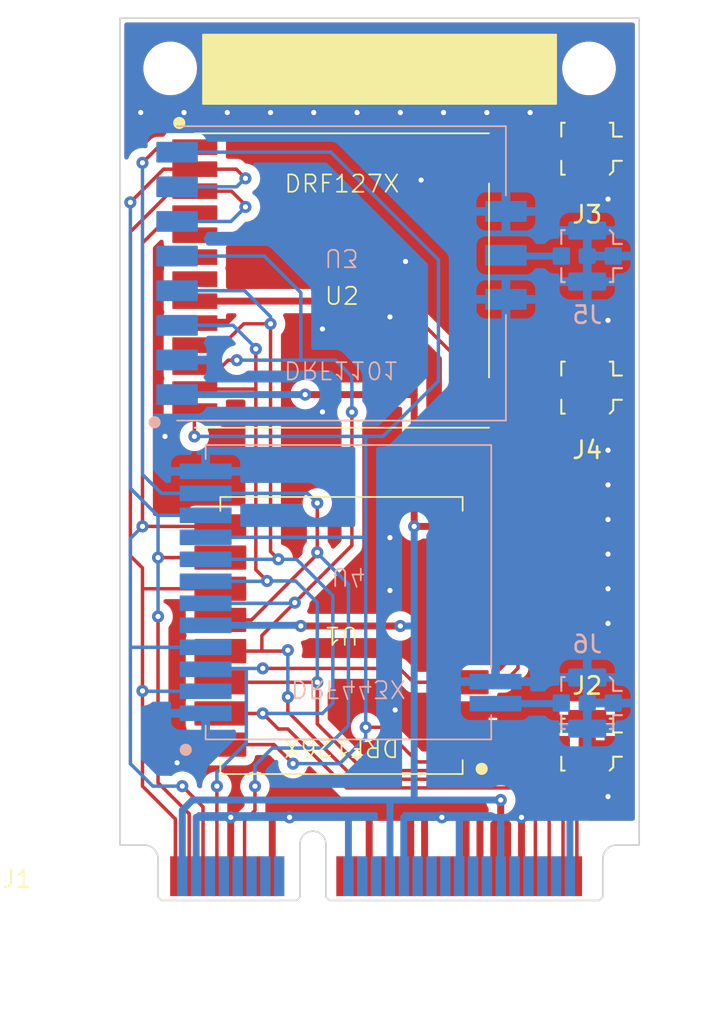
<source format=kicad_pcb>
(kicad_pcb (version 20241229) (generator "pcbnew") (generator_version "9.0")
  (layers (0 "F.Cu" signal) (2 "B.Cu" signal) (13 "F.Paste" user) (15 "B.Paste" user) (5 "F.SilkS" user "F.Silkscreen") (7 "B.SilkS" user "B.Silkscreen") (1 "F.Mask" user) (3 "B.Mask" user) (25 "Edge.Cuts" user))
  (net 0 "")
  (net 1 "GND")
  (net 2 "GPIO0")
  (net 3 "SCK")
  (net 5 "NSS")
  (net 8 "+3V3")
  (net 11 "MISO")
  (net 13 "IRQ0")
  (net 16 "RST0")
  (net 18 "MOSI")
  (net 19 "Net-(J2-In)")
  (net 21 "IRQ1")
  (net 22 "GPIO1")
  (net 23 "Net-(J3-In)")
  (net 24 "Net-(J4-In)")
  (net 27 "Net-(J5-In)")
  (net 28 "Net-(J6-In)")
  (footprint "RadioHAT:Mini_PCIe_Full" (layer "F.Cu") (at 120 120)
    (property "Reference" "J1" (at -8.15 -1.25 0) (layer "F.SilkS") (effects (font (thickness 0.1))))
    (property "Value" "~")
    (fp_line (start -2.2 -50.95) (end -2.2 -3.2) (stroke (width 0.1)) (layer "Edge.Cuts"))
    (fp_line (start -2.2 -3.2) (end -0.8 -3.2) (stroke (width 0.1)) (layer "Edge.Cuts"))
    (fp_line (start 0 -2.4) (end 0 -0.2) (stroke (width 0.1)) (layer "Edge.Cuts"))
    (fp_line (start 0 -0.2) (end 0.2 0) (stroke (width 0.1)) (layer "Edge.Cuts"))
    (fp_line (start 0.2 0) (end 8 0) (stroke (width 0.1)) (layer "Edge.Cuts"))
    (fp_line (start 8 0) (end 8.2 -0.2) (stroke (width 0.1)) (layer "Edge.Cuts"))
    (fp_line (start 8.2 -0.2) (end 8.2 -3.25) (stroke (width 0.1)) (layer "Edge.Cuts"))
    (fp_line (start 9.7 -0.2) (end 9.7 -3.25) (stroke (width 0.1)) (layer "Edge.Cuts"))
    (fp_line (start 9.7 -0.2) (end 9.9 0) (stroke (width 0.1)) (layer "Edge.Cuts"))
    (fp_line (start 9.9 0) (end 25.5 0) (stroke (width 0.1)) (layer "Edge.Cuts"))
    (fp_line (start 25.5 0) (end 25.7 -0.2) (stroke (width 0.1)) (layer "Edge.Cuts"))
    (fp_line (start 25.7 -0.2) (end 25.7 -2.4) (stroke (width 0.1)) (layer "Edge.Cuts"))
    (fp_line (start 26.5 -3.2) (end 27.8 -3.2) (stroke (width 0.1)) (layer "Edge.Cuts"))
    (fp_line (start 27.8 -50.95) (end -2.2 -50.95) (stroke (width 0.1)) (layer "Edge.Cuts"))
    (fp_line (start 27.8 -50.95) (end 27.8 -3.2) (stroke (width 0.1)) (layer "Edge.Cuts"))
    (fp_arc (start -0.8 -3.2) (mid -0.234315 -2.965685) (end 0 -2.4) (stroke (width 0.1)) (layer "Edge.Cuts"))
    (fp_arc (start 8.2 -3.25) (mid 8.95 -4) (end 9.7 -3.25) (stroke (width 0.1)) (layer "Edge.Cuts"))
    (fp_arc (start 25.7 -2.4) (mid 25.934315 -2.965685) (end 26.5 -3.2) (stroke (width 0.1)) (layer "Edge.Cuts"))
    (pad "" np_thru_hole circle (at 0.7 -48.05) (size 2.6 2.6) (drill 2.6) (layers "*.Cu" "*.Mask"))
    (pad "" np_thru_hole circle (at 24.9 -48.05) (size 2.6 2.6) (drill 2.6) (layers "*.Cu" "*.Mask"))
    (pad "1" smd rect (at 1 -1.4 90) (size 2.3 0.6) (layers "F.Cu" "F.Mask" "F.Paste") (net 2 "GPIO0"))
    (pad "2" smd rect (at 1.4 -1.4 90) (size 2.3 0.6) (layers "B.Cu" "B.Mask" "B.Paste") (net 8 "+3V3"))
    (pad "3" smd rect (at 1.8 -1.4 90) (size 2.3 0.6) (layers "F.Cu" "F.Mask" "F.Paste") (net 13 "IRQ0"))
    (pad "4" smd rect (at 2.2 -1.4 90) (size 2.3 0.6) (layers "B.Cu" "B.Mask" "B.Paste") (net 1 "GND"))
    (pad "5" smd rect (at 2.6 -1.4 90) (size 2.3 0.6) (layers "F.Cu" "F.Mask" "F.Paste") (net 21 "IRQ1"))
    (pad "6" smd rect (at 3 -1.4 90) (size 2.3 0.6) (layers "B.Cu" "B.Mask" "B.Paste"))
    (pad "7" smd rect (at 3.4 -1.4 90) (size 2.3 0.6) (layers "F.Cu" "F.Mask" "F.Paste") (net 22 "GPIO1"))
    (pad "8" smd rect (at 3.8 -1.4 90) (size 2.3 0.6) (layers "B.Cu" "B.Mask" "B.Paste"))
    (pad "9" smd rect (at 4.2 -1.4 90) (size 2.3 0.6) (layers "F.Cu" "F.Mask" "F.Paste") (net 1 "GND"))
    (pad "10" smd rect (at 4.6 -1.4 90) (size 2.3 0.6) (layers "B.Cu" "B.Mask" "B.Paste"))
    (pad "11" smd rect (at 5 -1.4 90) (size 2.3 0.6) (layers "F.Cu" "F.Mask" "F.Paste") (net 16 "RST0"))
    (pad "12" smd rect (at 5.4 -1.4 90) (size 2.3 0.6) (layers "B.Cu" "B.Mask" "B.Paste"))
    (pad "13" smd rect (at 5.8 -1.4 90) (size 2.3 0.6) (layers "F.Cu" "F.Mask" "F.Paste"))
    (pad "14" smd rect (at 6.2 -1.4 90) (size 2.3 0.6) (layers "B.Cu" "B.Mask" "B.Paste"))
    (pad "15" smd rect (at 6.6 -1.4 90) (size 2.3 0.6) (layers "F.Cu" "F.Mask" "F.Paste") (net 1 "GND"))
    (pad "16" smd rect (at 7 -1.4 90) (size 2.3 0.6) (layers "B.Cu" "B.Mask" "B.Paste"))
    (pad "17" smd rect (at 10.6 -1.4 90) (size 2.3 0.6) (layers "F.Cu" "F.Mask" "F.Paste"))
    (pad "18" smd rect (at 11 -1.4 90) (size 2.3 0.6) (layers "B.Cu" "B.Mask" "B.Paste") (net 1 "GND"))
    (pad "19" smd rect (at 11.4 -1.4 90) (size 2.3 0.6) (layers "F.Cu" "F.Mask" "F.Paste"))
    (pad "20" smd rect (at 11.8 -1.4 90) (size 2.3 0.6) (layers "B.Cu" "B.Mask" "B.Paste"))
    (pad "21" smd rect (at 12.2 -1.4 90) (size 2.3 0.6) (layers "F.Cu" "F.Mask" "F.Paste") (net 1 "GND"))
    (pad "22" smd rect (at 12.6 -1.4 90) (size 2.3 0.6) (layers "B.Cu" "B.Mask" "B.Paste"))
    (pad "23" smd rect (at 13 -1.4 90) (size 2.3 0.6) (layers "F.Cu" "F.Mask" "F.Paste"))
    (pad "24" smd rect (at 13.4 -1.4 90) (size 2.3 0.6) (layers "B.Cu" "B.Mask" "B.Paste") (net 8 "+3V3"))
    (pad "25" smd rect (at 13.8 -1.4 90) (size 2.3 0.6) (layers "F.Cu" "F.Mask" "F.Paste"))
    (pad "26" smd rect (at 14.2 -1.4 90) (size 2.3 0.6) (layers "B.Cu" "B.Mask" "B.Paste") (net 1 "GND"))
    (pad "27" smd rect (at 14.6 -1.4 90) (size 2.3 0.6) (layers "F.Cu" "F.Mask" "F.Paste") (net 1 "GND"))
    (pad "28" smd rect (at 15 -1.4 90) (size 2.3 0.6) (layers "B.Cu" "B.Mask" "B.Paste"))
    (pad "29" smd rect (at 15.4 -1.4 90) (size 2.3 0.6) (layers "F.Cu" "F.Mask" "F.Paste") (net 1 "GND"))
    (pad "30" smd rect (at 15.8 -1.4 90) (size 2.3 0.6) (layers "B.Cu" "B.Mask" "B.Paste"))
    (pad "31" smd rect (at 16.2 -1.4 90) (size 2.3 0.6) (layers "F.Cu" "F.Mask" "F.Paste"))
    (pad "32" smd rect (at 16.6 -1.4 90) (size 2.3 0.6) (layers "B.Cu" "B.Mask" "B.Paste"))
    (pad "33" smd rect (at 17 -1.4 90) (size 2.3 0.6) (layers "F.Cu" "F.Mask" "F.Paste"))
    (pad "34" smd rect (at 17.4 -1.4 90) (size 2.3 0.6) (layers "B.Cu" "B.Mask" "B.Paste") (net 1 "GND"))
    (pad "35" smd rect (at 17.8 -1.4 90) (size 2.3 0.6) (layers "F.Cu" "F.Mask" "F.Paste") (net 1 "GND"))
    (pad "36" smd rect (at 18.2 -1.4 90) (size 2.3 0.6) (layers "B.Cu" "B.Mask" "B.Paste"))
    (pad "37" smd rect (at 18.6 -1.4 90) (size 2.3 0.6) (layers "F.Cu" "F.Mask" "F.Paste") (net 1 "GND"))
    (pad "38" smd rect (at 19 -1.4 90) (size 2.3 0.6) (layers "B.Cu" "B.Mask" "B.Paste"))
    (pad "39" smd rect (at 19.4 -1.4 90) (size 2.3 0.6) (layers "F.Cu" "F.Mask" "F.Paste") (net 8 "+3V3"))
    (pad "40" smd rect (at 19.8 -1.4 90) (size 2.3 0.6) (layers "B.Cu" "B.Mask" "B.Paste") (net 1 "GND"))
    (pad "41" smd rect (at 20.2 -1.4 90) (size 2.3 0.6) (layers "F.Cu" "F.Mask" "F.Paste") (net 8 "+3V3"))
    (pad "42" smd rect (at 20.6 -1.4 90) (size 2.3 0.6) (layers "B.Cu" "B.Mask" "B.Paste"))
    (pad "43" smd rect (at 21 -1.4 90) (size 2.3 0.6) (layers "F.Cu" "F.Mask" "F.Paste") (net 1 "GND"))
    (pad "44" smd rect (at 21.4 -1.4 90) (size 2.3 0.6) (layers "B.Cu" "B.Mask" "B.Paste"))
    (pad "45" smd rect (at 21.8 -1.4 90) (size 2.3 0.6) (layers "F.Cu" "F.Mask" "F.Paste") (net 3 "SCK"))
    (pad "46" smd rect (at 22.2 -1.4 90) (size 2.3 0.6) (layers "B.Cu" "B.Mask" "B.Paste"))
    (pad "47" smd rect (at 22.6 -1.4 90) (size 2.3 0.6) (layers "F.Cu" "F.Mask" "F.Paste") (net 11 "MISO"))
    (pad "48" smd rect (at 23 -1.4 90) (size 2.3 0.6) (layers "B.Cu" "B.Mask" "B.Paste"))
    (pad "49" smd rect (at 23.4 -1.4 90) (size 2.3 0.6) (layers "F.Cu" "F.Mask" "F.Paste") (net 18 "MOSI"))
    (pad "50" smd rect (at 23.8 -1.4 90) (size 2.3 0.6) (layers "B.Cu" "B.Mask" "B.Paste") (net 1 "GND"))
    (pad "51" smd rect (at 24.2 -1.4 90) (size 2.3 0.6) (layers "F.Cu" "F.Mask" "F.Paste") (net 5 "NSS"))
  )
  (footprint "Connector_Coaxial:U.FL_Molex_MCRF_73412-0110_Vertical" (layer "F.Cu") (at 144.8 90.3875 -90)
    (property "Reference" "J4" (at 3.6 0 0) (layer "F.SilkS"))
    (property "Value" "Conn_Coaxial" (hide yes))
    (pad "1" smd roundrect (at 0 1.5 90) (size 1 1) (layers "F.Cu" "F.Mask" "F.Paste") (roundrect_rratio 0.1) (net 24 "Net-(J4-In)"))
    (pad "2" smd roundrect (at -1.475 0 90) (size 1.05 2.2) (layers "F.Cu" "F.Mask" "F.Paste") (roundrect_rratio 0.1) (net 1 "GND"))
    (pad "2" smd roundrect (at 0 -1.5 90) (size 1 1) (layers "F.Cu" "F.Mask" "F.Paste") (roundrect_rratio 0.1) (net 1 "GND"))
    (pad "2" smd roundrect (at 1.475 0 90) (size 1.05 2.2) (layers "F.Cu" "F.Mask" "F.Paste") (roundrect_rratio 0.1) (net 1 "GND"))
  )
  (footprint "Connector_Coaxial:U.FL_Molex_MCRF_73412-0110_Vertical" (layer "F.Cu") (at 144.8 111 -90)
    (property "Reference" "J2" (at -3.4 0 0) (layer "F.SilkS"))
    (property "Value" "Conn_Coaxial" (hide yes))
    (pad "1" smd roundrect (at 0 1.5 90) (size 1 1) (layers "F.Cu" "F.Mask" "F.Paste") (roundrect_rratio 0.1) (net 19 "Net-(J2-In)"))
    (pad "2" smd roundrect (at -1.475 0 90) (size 1.05 2.2) (layers "F.Cu" "F.Mask" "F.Paste") (roundrect_rratio 0.1) (net 1 "GND"))
    (pad "2" smd roundrect (at 0 -1.5 90) (size 1 1) (layers "F.Cu" "F.Mask" "F.Paste") (roundrect_rratio 0.1) (net 1 "GND"))
    (pad "2" smd roundrect (at 1.475 0 90) (size 1.05 2.2) (layers "F.Cu" "F.Mask" "F.Paste") (roundrect_rratio 0.1) (net 1 "GND"))
  )
  (footprint "RadioHAT:DRF126X" (layer "F.Cu") (at 130.6 105.6 180)
    (property "Reference" "U1" (at 0 0.9 180) (layer "F.SilkS") (effects (font (thickness 0.1))))
    (property "Value" "~")
    (fp_text user "DRF126X" (at -3.4 -5 180) (layer "F.SilkS") (effects (font (thickness 0.1)) (justify left bottom)))
    (pad "1" smd roundrect (at -7 -5.4 180) (size 3 1.4) (layers "F.Cu" "F.Mask" "F.Paste") (roundrect_rratio 0.05) (net 19 "Net-(J2-In)"))
    (pad "2" smd roundrect (at -7 -3.6 180) (size 3 1.4) (layers "F.Cu" "F.Mask" "F.Paste") (roundrect_rratio 0.05) (net 1 "GND"))
    (pad "3" smd roundrect (at -7 -1.8 180) (size 3 1.4) (layers "F.Cu" "F.Mask" "F.Paste") (roundrect_rratio 0.05) (net 22 "GPIO1"))
    (pad "4" smd roundrect (at -7 0 180) (size 3 1.4) (layers "F.Cu" "F.Mask" "F.Paste") (roundrect_rratio 0.05) (net 1 "GND"))
    (pad "5" smd roundrect (at -7 1.8 180) (size 3 1.4) (layers "F.Cu" "F.Mask" "F.Paste") (roundrect_rratio 0.05) (net 1 "GND"))
    (pad "6" smd roundrect (at -7 3.6 180) (size 3 1.4) (layers "F.Cu" "F.Mask" "F.Paste") (roundrect_rratio 0.05))
    (pad "7" smd roundrect (at -7 5.4 180) (size 3 1.4) (layers "F.Cu" "F.Mask" "F.Paste") (roundrect_rratio 0.05) (net 1 "GND"))
    (pad "8" smd roundrect (at -7 7.2 180) (size 3 1.4) (layers "F.Cu" "F.Mask" "F.Paste") (roundrect_rratio 0.05) (net 8 "+3V3"))
    (pad "9" smd roundrect (at 7 7.2 180) (size 3 1.4) (layers "F.Cu" "F.Mask" "F.Paste") (roundrect_rratio 0.05) (net 21 "IRQ1"))
    (pad "10" smd roundrect (at 7 5.4 180) (size 3 1.4) (layers "F.Cu" "F.Mask" "F.Paste") (roundrect_rratio 0.05) (net 13 "IRQ0"))
    (pad "11" smd roundrect (at 7 3.6 180) (size 3 1.4) (layers "F.Cu" "F.Mask" "F.Paste") (roundrect_rratio 0.05) (net 2 "GPIO0"))
    (pad "12" smd roundrect (at 7 1.8 180) (size 3 1.4) (layers "F.Cu" "F.Mask" "F.Paste") (roundrect_rratio 0.05) (net 16 "RST0"))
    (pad "13" smd roundrect (at 7 0 180) (size 3 1.4) (layers "F.Cu" "F.Mask" "F.Paste") (roundrect_rratio 0.05) (net 11 "MISO"))
    (pad "14" smd roundrect (at 7 -1.8 180) (size 3 1.4) (layers "F.Cu" "F.Mask" "F.Paste") (roundrect_rratio 0.05) (net 18 "MOSI"))
    (pad "15" smd roundrect (at 7 -3.6 180) (size 3 1.4) (layers "F.Cu" "F.Mask" "F.Paste") (roundrect_rratio 0.05) (net 3 "SCK"))
    (pad "16" smd roundrect (at 7 -5.4 180) (size 3 1.4) (layers "F.Cu" "F.Mask" "F.Paste") (roundrect_rratio 0.05) (net 5 "NSS"))
  )
  (footprint "Connector_Coaxial:U.FL_Molex_MCRF_73412-0110_Vertical" (layer "F.Cu") (at 144.8 76.5875 -90)
    (property "Reference" "J3" (at 3.8 0 0) (layer "F.SilkS"))
    (property "Value" "Conn_Coaxial" (hide yes))
    (pad "1" smd roundrect (at 0 1.5 90) (size 1 1) (layers "F.Cu" "F.Mask" "F.Paste") (roundrect_rratio 0.1) (net 23 "Net-(J3-In)"))
    (pad "2" smd roundrect (at -1.475 0 90) (size 1.05 2.2) (layers "F.Cu" "F.Mask" "F.Paste") (roundrect_rratio 0.1) (net 1 "GND"))
    (pad "2" smd roundrect (at 0 -1.5 90) (size 1 1) (layers "F.Cu" "F.Mask" "F.Paste") (roundrect_rratio 0.1) (net 1 "GND"))
    (pad "2" smd roundrect (at 1.475 0 90) (size 1.05 2.2) (layers "F.Cu" "F.Mask" "F.Paste") (roundrect_rratio 0.1) (net 1 "GND"))
  )
  (footprint "RadioHAT:DRF127X" (layer "F.Cu") (at 130.625 84.2)
    (property "Reference" "U2" (at 0 0.9 0) (layer "F.SilkS") (effects (font (thickness 0.1))))
    (property "Value" "~")
    (fp_text user "DRF127X" (at -3.4 -5 0) (layer "F.SilkS") (effects (font (thickness 0.1)) (justify left bottom)))
    (pad "1" smd roundrect (at -8.5 -7.7) (size 2.6 0.9) (layers "F.Cu" "F.Mask" "F.Paste") (roundrect_rratio 0.05) (net 16 "RST0"))
    (pad "2" smd roundrect (at -8.5 -6.43) (size 2.6 0.9) (layers "F.Cu" "F.Mask" "F.Paste") (roundrect_rratio 0.05) (net 13 "IRQ0"))
    (pad "3" smd roundrect (at -8.5 -5.16) (size 2.6 0.9) (layers "F.Cu" "F.Mask" "F.Paste") (roundrect_rratio 0.05) (net 2 "GPIO0"))
    (pad "4" smd roundrect (at -8.5 -3.89) (size 2.6 0.9) (layers "F.Cu" "F.Mask" "F.Paste") (roundrect_rratio 0.05) (net 21 "IRQ1"))
    (pad "5" smd roundrect (at -8.5 -2.62) (size 2.6 0.9) (layers "F.Cu" "F.Mask" "F.Paste") (roundrect_rratio 0.05) (net 22 "GPIO1"))
    (pad "6" smd roundrect (at -8.5 -1.35) (size 2.6 0.9) (layers "F.Cu" "F.Mask" "F.Paste") (roundrect_rratio 0.05))
    (pad "7" smd roundrect (at -8.5 -0.08) (size 2.6 0.9) (layers "F.Cu" "F.Mask" "F.Paste") (roundrect_rratio 0.05))
    (pad "8" smd roundrect (at -8.5 1.19) (size 2.6 0.9) (layers "F.Cu" "F.Mask" "F.Paste") (roundrect_rratio 0.05) (net 8 "+3V3"))
    (pad "9" smd roundrect (at -8.5 2.46) (size 2.6 0.9) (layers "F.Cu" "F.Mask" "F.Paste") (roundrect_rratio 0.05) (net 1 "GND"))
    (pad "10" smd roundrect (at -8.5 3.73) (size 2.6 0.9) (layers "F.Cu" "F.Mask" "F.Paste") (roundrect_rratio 0.05) (net 3 "SCK"))
    (pad "11" smd roundrect (at -8.5 5) (size 2.6 0.9) (layers "F.Cu" "F.Mask" "F.Paste") (roundrect_rratio 0.05) (net 11 "MISO"))
    (pad "12" smd roundrect (at -8.5 6.27) (size 2.6 0.9) (layers "F.Cu" "F.Mask" "F.Paste") (roundrect_rratio 0.05) (net 18 "MOSI"))
    (pad "13" smd roundrect (at -8.5 7.54) (size 2.6 0.9) (layers "F.Cu" "F.Mask" "F.Paste") (roundrect_rratio 0.05) (net 5 "NSS"))
    (pad "14" smd roundrect (at 8.5 7.54) (size 2.6 0.9) (layers "F.Cu" "F.Mask" "F.Paste") (roundrect_rratio 0.05) (net 1 "GND"))
    (pad "15" smd roundrect (at 8.5 6.27) (size 2.6 0.9) (layers "F.Cu" "F.Mask" "F.Paste") (roundrect_rratio 0.05) (net 24 "Net-(J4-In)"))
    (pad "16" smd roundrect (at 8.5 -6.43) (size 2.6 0.9) (layers "F.Cu" "F.Mask" "F.Paste") (roundrect_rratio 0.05) (net 1 "GND"))
    (pad "17" smd roundrect (at 8.5 -7.7) (size 2.6 0.9) (layers "F.Cu" "F.Mask" "F.Paste") (roundrect_rratio 0.05) (net 23 "Net-(J3-In)"))
  )
  (footprint "RadioHAT:DRF443X" (layer "B.Cu") (at 131 102.2)
    (property "Reference" "U4" (at 0 -0.9 180) (layer "B.SilkS") (effects (font (thickness 0.1)) (justify mirror)))
    (property "Value" "~")
    (fp_text user "DRF443X" (at -3.4 5 180) (layer "B.SilkS") (effects (font (thickness 0.1)) (justify left bottom mirror)))
    (pad "1" smd roundrect (at -8.25 6.99) (size 3 0.9) (layers "B.Cu" "B.Mask" "B.Paste") (roundrect_rratio 0.05) (net 1 "GND"))
    (pad "2" smd roundrect (at -8.25 5.72) (size 3 0.9) (layers "B.Cu" "B.Mask" "B.Paste") (roundrect_rratio 0.05) (net 2 "GPIO0"))
    (pad "3" smd roundrect (at -8.25 4.45) (size 3 0.9) (layers "B.Cu" "B.Mask" "B.Paste") (roundrect_rratio 0.05) (net 22 "GPIO1"))
    (pad "4" smd roundrect (at -8.25 3.18) (size 3 0.9) (layers "B.Cu" "B.Mask" "B.Paste") (roundrect_rratio 0.05) (net 21 "IRQ1"))
    (pad "5" smd roundrect (at -8.25 1.91) (size 3 0.9) (layers "B.Cu" "B.Mask" "B.Paste") (roundrect_rratio 0.05) (net 8 "+3V3"))
    (pad "6" smd roundrect (at -8.25 0.64) (size 3 0.9) (layers "B.Cu" "B.Mask" "B.Paste") (roundrect_rratio 0.05) (net 11 "MISO"))
    (pad "7" smd roundrect (at -8.25 -0.63) (size 3 0.9) (layers "B.Cu" "B.Mask" "B.Paste") (roundrect_rratio 0.05) (net 18 "MOSI"))
    (pad "8" smd roundrect (at -8.25 -1.9) (size 3 0.9) (layers "B.Cu" "B.Mask" "B.Paste") (roundrect_rratio 0.05) (net 3 "SCK"))
    (pad "9" smd roundrect (at -8.25 -3.17) (size 3 0.9) (layers "B.Cu" "B.Mask" "B.Paste") (roundrect_rratio 0.05) (net 5 "NSS"))
    (pad "10" smd roundrect (at -8.25 -4.44) (size 3 0.9) (layers "B.Cu" "B.Mask" "B.Paste") (roundrect_rratio 0.05) (net 13 "IRQ0"))
    (pad "11" smd roundrect (at -8.25 -5.71) (size 3 0.9) (layers "B.Cu" "B.Mask" "B.Paste") (roundrect_rratio 0.05) (net 16 "RST0"))
    (pad "12" smd roundrect (at -8.25 -6.98) (size 3 0.9) (layers "B.Cu" "B.Mask" "B.Paste") (roundrect_rratio 0.05) (net 1 "GND"))
    (pad "13" smd roundrect (at 8.5 6.43) (size 3 0.9) (layers "B.Cu" "B.Mask" "B.Paste") (roundrect_rratio 0.05) (net 28 "Net-(J6-In)"))
    (pad "14" smd roundrect (at 8.5 5.16) (size 3 0.9) (layers "B.Cu" "B.Mask" "B.Paste") (roundrect_rratio 0.05) (net 1 "GND"))
  )
  (footprint "RadioHAT:DRF1101" (layer "B.Cu") (at 130.6 83.7875)
    (property "Reference" "U3" (at 0 -0.9 180) (layer "B.SilkS") (effects (font (thickness 0.1)) (justify mirror)))
    (property "Value" "~")
    (fp_text user "DRF1101" (at -3.4 5 180) (layer "B.SilkS") (effects (font (thickness 0.1)) (justify left bottom mirror)))
    (pad "1" smd roundrect (at -9.5 7) (size 2.4 1.2) (layers "B.Cu" "B.Mask" "B.Paste") (roundrect_rratio 0.05) (net 8 "+3V3"))
    (pad "2" smd roundrect (at -9.5 5) (size 2.4 1.2) (layers "B.Cu" "B.Mask" "B.Paste") (roundrect_rratio 0.05) (net 1 "GND"))
    (pad "3" smd roundrect (at -9.5 3) (size 2.4 1.2) (layers "B.Cu" "B.Mask" "B.Paste") (roundrect_rratio 0.05) (net 18 "MOSI"))
    (pad "4" smd roundrect (at -9.5 1) (size 2.4 1.2) (layers "B.Cu" "B.Mask" "B.Paste") (roundrect_rratio 0.05) (net 3 "SCK"))
    (pad "5" smd roundrect (at -9.5 -1) (size 2.4 1.2) (layers "B.Cu" "B.Mask" "B.Paste") (roundrect_rratio 0.05) (net 11 "MISO"))
    (pad "6" smd roundrect (at -9.5 -3) (size 2.4 1.2) (layers "B.Cu" "B.Mask" "B.Paste") (roundrect_rratio 0.05) (net 2 "GPIO0"))
    (pad "7" smd roundrect (at -9.5 -5) (size 2.4 1.2) (layers "B.Cu" "B.Mask" "B.Paste") (roundrect_rratio 0.05) (net 13 "IRQ0"))
    (pad "8" smd roundrect (at -9.5 -7) (size 2.4 1.2) (layers "B.Cu" "B.Mask" "B.Paste") (roundrect_rratio 0.05) (net 5 "NSS"))
    (pad "9" smd roundrect (at 9.5 -3.58) (size 2.4 1.2) (layers "B.Cu" "B.Mask" "B.Paste") (roundrect_rratio 0.05) (net 1 "GND"))
    (pad "10" smd roundrect (at 9.5 -1.04) (size 2.4 1.2) (layers "B.Cu" "B.Mask" "B.Paste") (roundrect_rratio 0.05) (net 27 "Net-(J5-In)"))
    (pad "11" smd roundrect (at 9.5 1.5) (size 2.4 1.2) (layers "B.Cu" "B.Mask" "B.Paste") (roundrect_rratio 0.05) (net 1 "GND"))
  )
  (footprint "Connector_Coaxial:U.FL_Molex_MCRF_73412-0110_Vertical" (layer "B.Cu") (at 144.8 82.7875 90)
    (property "Reference" "J5" (at -3.4 0 180) (layer "B.SilkS") (effects (justify mirror)))
    (property "Value" "Conn_Coaxial" (hide yes))
    (pad "1" smd roundrect (at 0 -1.5 270) (size 1 1) (layers "B.Cu" "B.Mask" "B.Paste") (roundrect_rratio 0.1) (net 27 "Net-(J5-In)"))
    (pad "2" smd roundrect (at -1.475 0 270) (size 1.05 2.2) (layers "B.Cu" "B.Mask" "B.Paste") (roundrect_rratio 0.1) (net 1 "GND"))
    (pad "2" smd roundrect (at 0 1.5 270) (size 1 1) (layers "B.Cu" "B.Mask" "B.Paste") (roundrect_rratio 0.1) (net 1 "GND"))
    (pad "2" smd roundrect (at 1.475 0 270) (size 1.05 2.2) (layers "B.Cu" "B.Mask" "B.Paste") (roundrect_rratio 0.1) (net 1 "GND"))
  )
  (footprint "Connector_Coaxial:U.FL_Molex_MCRF_73412-0110_Vertical" (layer "B.Cu") (at 144.8 108.6 90)
    (property "Reference" "J6" (at 3.4 0 180) (layer "B.SilkS") (effects (justify mirror)))
    (property "Value" "Conn_Coaxial" (hide yes))
    (pad "1" smd roundrect (at 0 -1.5 270) (size 1 1) (layers "B.Cu" "B.Mask" "B.Paste") (roundrect_rratio 0.1) (net 28 "Net-(J6-In)"))
    (pad "2" smd roundrect (at -1.475 0 270) (size 1.05 2.2) (layers "B.Cu" "B.Mask" "B.Paste") (roundrect_rratio 0.1) (net 1 "GND"))
    (pad "2" smd roundrect (at 0 1.5 270) (size 1 1) (layers "B.Cu" "B.Mask" "B.Paste") (roundrect_rratio 0.1) (net 1 "GND"))
    (pad "2" smd roundrect (at 1.475 0 270) (size 1.05 2.2) (layers "B.Cu" "B.Mask" "B.Paste") (roundrect_rratio 0.1) (net 1 "GND"))
  )
  (gr_rect (start 122.6 70) (end 143 74) (stroke (width 0.1)) (fill yes) (layer "F.SilkS"))
  (segment (start 141 115.2) (end 141 118.6) (width 0.4) (layer "F.Cu") (net 1))
  (segment (start 134.6 115.2) (end 135.4 115.2) (width 0.4) (layer "F.Cu") (net 1))
  (segment (start 138.6 118.6) (end 138.6 115.2) (width 0.4) (layer "F.Cu") (net 1))
  (segment (start 137.8 115.2) (end 135.4 115.2) (width 0.4) (layer "F.Cu") (net 1))
  (segment (start 132.2 115.2) (end 134.6 115.2) (width 0.4) (layer "F.Cu") (net 1))
  (segment (start 138.6 115.2) (end 137.8 115.2) (width 0.4) (layer "F.Cu") (net 1))
  (segment (start 124.2 118.6) (end 124.2 115.2) (width 0.4) (layer "F.Cu") (net 1))
  (segment (start 132.2 118.6) (end 132.2 115.2) (width 0.4) (layer "F.Cu") (net 1))
  (segment (start 135.4 118.6) (end 135.4 115.2) (width 0.4) (layer "F.Cu") (net 1))
  (segment (start 137.8 118.6) (end 137.8 115.2) (width 0.4) (layer "F.Cu") (net 1))
  (segment (start 127.6 115.2) (end 132.2 115.2) (width 0.4) (layer "F.Cu") (net 1))
  (segment (start 126.6 118.6) (end 126.6 115.2) (width 0.4) (layer "F.Cu") (net 1))
  (segment (start 134.6 118.6) (end 134.6 115.2) (width 0.4) (layer "F.Cu") (net 1))
  (segment (start 126.6 115.2) (end 127.6 115.2) (width 0.4) (layer "F.Cu") (net 1))
  (via (at 120.4 93.2) (size 0.7) (drill 0.3) (layers "F.Cu" "B.Cu") (net 1))
  (via (at 129.5 91.7875) (size 0.7) (drill 0.3) (layers "F.Cu" "B.Cu") (net 1))
  (via (at 146 94) (size 0.7) (drill 0.3) (layers "F.Cu" "B.Cu") (net 1))
  (via (at 131.5 74.5) (size 0.7) (drill 0.3) (layers "F.Cu" "B.Cu") (net 1))
  (via (at 129 74.5) (size 0.7) (drill 0.3) (layers "F.Cu" "B.Cu") (net 1))
  (via (at 133.4 99.05) (size 0.7) (drill 0.3) (layers "F.Cu" "B.Cu") (net 1))
  (via (at 146 79.5) (size 0.7) (drill 0.3) (layers "F.Cu" "B.Cu") (net 1))
  (via (at 129.5 87) (size 0.7) (drill 0.3) (layers "F.Cu" "B.Cu") (net 1))
  (via (at 146 104) (size 0.7) (drill 0.3) (layers "F.Cu" "B.Cu") (net 1))
  (via (at 133.4 102.1) (size 0.7) (drill 0.3) (layers "F.Cu" "B.Cu") (net 1))
  (via (at 136.5 74.5) (size 0.7) (drill 0.3) (layers "F.Cu" "B.Cu") (net 1))
  (via (at 139 74.5) (size 0.7) (drill 0.3) (layers "F.Cu" "B.Cu") (net 1))
  (via (at 134.3 83.1) (size 0.7) (drill 0.3) (layers "F.Cu" "B.Cu") (net 1))
  (via (at 121.1 112.05) (size 0.7) (drill 0.3) (layers "F.Cu" "B.Cu") (net 1))
  (via (at 136.4 115.2) (size 0.7) (drill 0.3) (layers "F.Cu" "B.Cu") (net 1))
  (via (at 146 86.5) (size 0.7) (drill 0.3) (layers "F.Cu" "B.Cu") (net 1))
  (via (at 126.5 74.5) (size 0.7) (drill 0.3) (layers "F.Cu" "B.Cu") (net 1))
  (via (at 135.2 78.4) (size 0.7) (drill 0.3) (layers "F.Cu" "B.Cu") (net 1))
  (via (at 146 102) (size 0.7) (drill 0.3) (layers "F.Cu" "B.Cu") (net 1))
  (via (at 133.4 86.3) (size 0.7) (drill 0.3) (layers "F.Cu" "B.Cu") (net 1))
  (via (at 124 74.5) (size 0.7) (drill 0.3) (layers "F.Cu" "B.Cu") (net 1))
  (via (at 146 114) (size 0.7) (drill 0.3) (layers "F.Cu" "B.Cu") (net 1))
  (via (at 133.7 109) (size 0.7) (drill 0.3) (layers "F.Cu" "B.Cu") (net 1))
  (via (at 141 115.2) (size 0.7) (drill 0.3) (layers "F.Cu" "B.Cu") (net 1))
  (via (at 134 74.5) (size 0.7) (drill 0.3) (layers "F.Cu" "B.Cu") (net 1))
  (via (at 119 74.5) (size 0.7) (drill 0.3) (layers "F.Cu" "B.Cu") (net 1))
  (via (at 146 100) (size 0.7) (drill 0.3) (layers "F.Cu" "B.Cu") (net 1))
  (via (at 127.6 115.2) (size 0.7) (drill 0.3) (layers "F.Cu" "B.Cu") (net 1))
  (via (at 141.5 74.5) (size 0.7) (drill 0.3) (layers "F.Cu" "B.Cu") (net 1))
  (via (at 121.5 74.5) (size 0.7) (drill 0.3) (layers "F.Cu" "B.Cu") (net 1))
  (via (at 146 96) (size 0.7) (drill 0.3) (layers "F.Cu" "B.Cu") (net 1))
  (via (at 146 98) (size 0.7) (drill 0.3) (layers "F.Cu" "B.Cu") (net 1))
  (via (at 124.2 115.2) (size 0.7) (drill 0.3) (layers "F.Cu" "B.Cu") (net 1))
  (segment (start 134.2 115.2) (end 137.4 115.2) (width 0.4) (layer "B.Cu") (net 1))
  (segment (start 121.4 109.4) (end 121.425 109.425) (width 0.2) (layer "B.Cu") (net 1))
  (segment (start 139.8 115.2) (end 143.8 115.2) (width 0.4) (layer "B.Cu") (net 1))
  (segment (start 143.8 115.2) (end 143.8 118.6) (width 0.4) (layer "B.Cu") (net 1))
  (segment (start 139.8 118.6) (end 139.8 115.2) (width 0.4) (layer "B.Cu") (net 1))
  (segment (start 134.2 118.6) (end 134.2 115.2) (width 0.4) (layer "B.Cu") (net 1))
  (segment (start 122.2 115.2) (end 122.2 118.6) (width 0.4) (layer "B.Cu") (net 1))
  (segment (start 124.2 115.2) (end 131 115.2) (width 0.4) (layer "B.Cu") (net 1))
  (segment (start 137.4 118.6) (end 137.4 115.2) (width 0.4) (layer "B.Cu") (net 1))
  (segment (start 121.425 109.425) (end 121.425 109.5075) (width 0.2) (layer "B.Cu") (net 1))
  (segment (start 131 115.2) (end 131 118.6) (width 0.4) (layer "B.Cu") (net 1))
  (segment (start 137.4 115.2) (end 139.8 115.2) (width 0.4) (layer "B.Cu") (net 1))
  (segment (start 124.2 115.2) (end 122.2 115.2) (width 0.4) (layer "B.Cu") (net 1))
  (segment (start 119.1 102) (end 119.1 100.8) (width 0.2) (layer "F.Cu") (net 2))
  (segment (start 118.4 81.3875) (end 120.76 79.0275) (width 0.2) (layer "F.Cu") (net 2))
  (segment (start 119.1 107.9) (end 119.1 113.4) (width 0.2) (layer "F.Cu") (net 2))
  (segment (start 124.24 79.04) (end 125.05 79.85) (width 0.2) (layer "F.Cu") (net 2))
  (segment (start 118.4 100.1) (end 118.4 81.3875) (width 0.2) (layer "F.Cu") (net 2))
  (segment (start 119.1 113.4) (end 121 115.3) (width 0.2) (layer "F.Cu") (net 2))
  (segment (start 120.76 79.0275) (end 120.9 79.0275) (width 0.2) (layer "F.Cu") (net 2))
  (segment (start 121 115.3) (end 121 118.6) (width 0.2) (layer "F.Cu") (net 2))
  (segment (start 123.6 102) (end 119.1 102) (width 0.2) (layer "F.Cu") (net 2))
  (segment (start 124.24 79.04) (end 122.125 79.04) (width 0.2) (layer "F.Cu") (net 2))
  (segment (start 125.05 79.85) (end 125.05 79.95) (width 0.2) (layer "F.Cu") (net 2))
  (segment (start 119.1 107.9) (end 119.1 102) (width 0.2) (layer "F.Cu") (net 2))
  (segment (start 119.1 100.8) (end 118.4 100.1) (width 0.2) (layer "F.Cu") (net 2))
  (via (at 125.05 79.95) (size 0.7) (drill 0.3) (layers "F.Cu" "B.Cu") (net 2))
  (via (at 119.1 107.9) (size 0.7) (drill 0.3) (layers "F.Cu" "B.Cu") (net 2))
  (segment (start 123.8 108.2375) (end 121.425 108.2375) (width 0.2) (layer "B.Cu") (net 2))
  (segment (start 119.12 107.92) (end 122.75 107.92) (width 0.2) (layer "B.Cu") (net 2))
  (segment (start 124.2125 80.7875) (end 125.05 79.95) (width 0.2) (layer "B.Cu") (net 2))
  (segment (start 119.1 107.9) (end 119.12 107.92) (width 0.2) (layer "B.Cu") (net 2))
  (segment (start 124.2125 80.7875) (end 120.264273 80.7875) (width 0.2) (layer "B.Cu") (net 2))
  (segment (start 126.05 109.2) (end 123.6 109.2) (width 0.2) (layer "F.Cu") (net 3))
  (segment (start 124.95 86.7) (end 126.5 86.7) (width 0.2) (layer "F.Cu") (net 3))
  (segment (start 123.72 87.93) (end 124.95 86.7) (width 0.2) (layer "F.Cu") (net 3))
  (segment (start 126.05 109.2) (end 126.95 110.1) (width 0.2) (layer "F.Cu") (net 3))
  (segment (start 126.95 110.1) (end 127.5 110.1) (width 0.2) (layer "F.Cu") (net 3))
  (segment (start 127.5 110.1) (end 130.9 113.5) (width 0.2) (layer "F.Cu") (net 3))
  (segment (start 126.5 86.7) (end 126.5 87.3875) (width 0.2) (layer "F.Cu") (net 3))
  (segment (start 126.5 99.85) (end 126.5 87.3875) (width 0.2) (layer "F.Cu") (net 3))
  (segment (start 122.125 87.93) (end 123.72 87.93) (width 0.2) (layer "F.Cu") (net 3))
  (segment (start 126.95 100.3) (end 126.5 99.85) (width 0.2) (layer "F.Cu") (net 3))
  (segment (start 130.9 113.5) (end 140.5329 113.5) (width 0.2) (layer "F.Cu") (net 3))
  (segment (start 141.8 114.7671) (end 141.8 118.6) (width 0.2) (layer "F.Cu") (net 3))
  (segment (start 140.5329 113.5) (end 141.8 114.7671) (width 0.2) (layer "F.Cu") (net 3))
  (via (at 126.05 109.2) (size 0.7) (drill 0.3) (layers "F.Cu" "B.Cu") (net 3))
  (via (at 126.5 86.7) (size 0.7) (drill 0.3) (layers "F.Cu" "B.Cu") (net 3))
  (via (at 126.95 100.3) (size 0.7) (drill 0.3) (layers "F.Cu" "B.Cu") (net 3))
  (segment (start 130.1 102.4) (end 128 100.3) (width 0.2) (layer "B.Cu") (net 3))
  (segment (start 126.5 86.2875) (end 125 84.7875) (width 0.2) (layer "B.Cu") (net 3))
  (segment (start 126.5 86.7) (end 126.5 86.2875) (width 0.2) (layer "B.Cu") (net 3))
  (segment (start 128 100.3) (end 126.95 100.3) (width 0.2) (layer "B.Cu") (net 3))
  (segment (start 125 84.7875) (end 120.7 84.7875) (width 0.2) (layer "B.Cu") (net 3))
  (segment (start 126.95 100.3) (end 122.75 100.3) (width 0.2) (layer "B.Cu") (net 3))
  (segment (start 130.1 108.6) (end 130.1 102.4) (width 0.2) (layer "B.Cu") (net 3))
  (segment (start 126.05 109.2) (end 129.5 109.2) (width 0.2) (layer "B.Cu") (net 3))
  (segment (start 129.5 109.2) (end 130.1 108.6) (width 0.2) (layer "B.Cu") (net 3))
  (segment (start 141.4 112) (end 144.2 114.8) (width 0.2) (layer "F.Cu") (net 5))
  (segment (start 135 112) (end 141.4 112) (width 0.2) (layer "F.Cu") (net 5))
  (segment (start 132 110) (end 133 110) (width 0.2) (layer "F.Cu") (net 5))
  (segment (start 126.7 111) (end 123.6 111) (width 0.2) (layer "F.Cu") (net 5))
  (segment (start 144.2 114.8) (end 144.2 118.6) (width 0.2) (layer "F.Cu") (net 5))
  (segment (start 122.1 93.2) (end 122.1 91.765) (width 0.2) (layer "F.Cu") (net 5))
  (segment (start 133 110) (end 135 112) (width 0.2) (layer "F.Cu") (net 5))
  (segment (start 127.8 112.1) (end 126.7 111) (width 0.2) (layer "F.Cu") (net 5))
  (segment (start 122.1 91.765) (end 122.125 91.74) (width 0.2) (layer "F.Cu") (net 5))
  (via (at 132 110) (size 0.7) (drill 0.3) (layers "F.Cu" "B.Cu") (net 5))
  (via (at 122.1 93.2) (size 0.7) (drill 0.3) (layers "F.Cu" "B.Cu") (net 5))
  (via (at 127.8 112.1) (size 0.7) (drill 0.3) (layers "F.Cu" "B.Cu") (net 5))
  (segment (start 136.2 90) (end 136.2 83) (width 0.2) (layer "B.Cu") (net 5))
  (segment (start 127.8 112.1) (end 130.5 112.1) (width 0.2) (layer "B.Cu") (net 5))
  (segment (start 129.9875 76.7875) (end 120.7 76.7875) (width 0.2) (layer "B.Cu") (net 5))
  (segment (start 122.1 93.2) (end 122.2 93.3) (width 0.2) (layer "B.Cu") (net 5))
  (segment (start 130.5 112.1) (end 132 110.6) (width 0.2) (layer "B.Cu") (net 5))
  (segment (start 122.1 93.2) (end 132 93.2) (width 0.2) (layer "B.Cu") (net 5))
  (segment (start 122.75 99.03) (end 131.97 99.03) (width 0.2) (layer "B.Cu") (net 5))
  (segment (start 132 110) (end 132 99) (width 0.2) (layer "B.Cu") (net 5))
  (segment (start 133 93.2) (end 136.2 90) (width 0.2) (layer "B.Cu") (net 5))
  (segment (start 132 93.2) (end 133 93.2) (width 0.2) (layer "B.Cu") (net 5))
  (segment (start 132 110.6) (end 132 110) (width 0.2) (layer "B.Cu") (net 5))
  (segment (start 136.2 83) (end 129.9875 76.7875) (width 0.2) (layer "B.Cu") (net 5))
  (segment (start 132 99) (end 132 93.2) (width 0.2) (layer "B.Cu") (net 5))
  (segment (start 131.97 99.03) (end 132 99) (width 0.2) (layer "B.Cu") (net 5))
  (segment (start 139.4 118.6) (end 139.4 115.6) (width 0.4) (layer "F.Cu") (net 8))
  (segment (start 139.8 114.8) (end 139.8 115.2) (width 0.4) (layer "F.Cu") (net 8))
  (segment (start 125.4025 85.39) (end 122.125 85.39) (width 0.4) (layer "F.Cu") (net 8))
  (segment (start 140.2 115.6) (end 140.2 118.6) (width 0.4) (layer "F.Cu") (net 8))
  (segment (start 130.8 85.3875) (end 125.405 85.3875) (width 0.4) (layer "F.Cu") (net 8))
  (segment (start 139.4 115.6) (end 139.8 115.2) (width 0.4) (layer "F.Cu") (net 8))
  (segment (start 128.5 90.7875) (end 134.7875 90.7875) (width 0.4) (layer "F.Cu") (net 8))
  (segment (start 139.8 115.2) (end 140.2 115.6) (width 0.4) (layer "F.Cu") (net 8))
  (segment (start 134.8 89.3875) (end 130.8 85.3875) (width 0.4) (layer "F.Cu") (net 8))
  (segment (start 137.6 98.4) (end 134.8 98.4) (width 0.4) (layer "F.Cu") (net 8))
  (segment (start 125.405 85.3875) (end 125.4025 85.39) (width 0.4) (layer "F.Cu") (net 8))
  (segment (start 134.8 90.8) (end 134.8 89.3875) (width 0.4) (layer "F.Cu") (net 8))
  (segment (start 134.7875 90.7875) (end 134.8 90.8) (width 0.4) (layer "F.Cu") (net 8))
  (segment (start 139.8 114.8) (end 139.8 114.2) (width 0.4) (layer "F.Cu") (net 8))
  (segment (start 134 104.15) (end 128.25 104.15) (width 0.4) (layer "F.Cu") (net 8))
  (segment (start 134.8 98.4) (end 134.8 90.8) (width 0.4) (layer "F.Cu") (net 8))
  (via (at 134 104.15) (size 0.7) (drill 0.3) (layers "F.Cu" "B.Cu") (net 8))
  (via (at 134.8 98.4) (size 0.7) (drill 0.3) (layers "F.Cu" "B.Cu") (net 8))
  (via (at 128.5 90.7875) (size 0.7) (drill 0.3) (layers "F.Cu" "B.Cu") (net 8))
  (via (at 139.8 114.2) (size 0.7) (drill 0.3) (layers "F.Cu" "B.Cu") (net 8))
  (via (at 128.25 104.15) (size 0.7) (drill 0.3) (layers "F.Cu" "B.Cu") (net 8))
  (segment (start 121.4 114.8) (end 122 114.2) (width 0.4) (layer "B.Cu") (net 8))
  (segment (start 133.4 118.6) (end 133.4 114.2) (width 0.4) (layer "B.Cu") (net 8))
  (segment (start 121.4 118.6) (end 121.4 114.8) (width 0.4) (layer "B.Cu") (net 8))
  (segment (start 130.8 114.2) (end 133.4 114.2) (width 0.4) (layer "B.Cu") (net 8))
  (segment (start 134.8 98.4) (end 134.8 104.15) (width 0.4) (layer "B.Cu") (net 8))
  (segment (start 128.25 104.15) (end 128.21 104.11) (width 0.4) (layer "B.Cu") (net 8))
  (segment (start 134 104.15) (end 134.8 104.15) (width 0.4) (layer "B.Cu") (net 8))
  (segment (start 128.5 90.7875) (end 121.1 90.7875) (width 0.4) (layer "B.Cu") (net 8))
  (segment (start 134.8 114.2) (end 139.8 114.2) (width 0.4) (layer "B.Cu") (net 8))
  (segment (start 122 114.2) (end 130.8 114.2) (width 0.4) (layer "B.Cu") (net 8))
  (segment (start 134.05 104.2) (end 134 104.15) (width 0.4) (layer "B.Cu") (net 8))
  (segment (start 134.8 104.15) (end 134.8 114.2) (width 0.4) (layer "B.Cu") (net 8))
  (segment (start 128.21 104.11) (end 122.75 104.11) (width 0.4) (layer "B.Cu") (net 8))
  (segment (start 133.4 114.2) (end 134.8 114.2) (width 0.4) (layer "B.Cu") (net 8))
  (segment (start 131.2 99.5) (end 127.9 102.8) (width 0.2) (layer "F.Cu") (net 11))
  (segment (start 123.65 89.2) (end 122.125 89.2) (width 0.2) (layer "F.Cu") (net 11))
  (segment (start 127.45 105.6) (end 126 105.6) (width 0.2) (layer "F.Cu") (net 11))
  (segment (start 124.05 88.8) (end 123.65 89.2) (width 0.2) (layer "F.Cu") (net 11))
  (segment (start 126 105.6) (end 123.6 105.6) (width 0.2) (layer "F.Cu") (net 11))
  (segment (start 142.6 114.8) (end 142.6 118.6) (width 0.2) (layer "F.Cu") (net 11))
  (segment (start 126 104.7) (end 126 105.6) (width 0.2) (layer "F.Cu") (net 11))
  (segment (start 131.2 91.8) (end 131.2 99.5) (width 0.2) (layer "F.Cu") (net 11))
  (segment (start 127.5 109.1) (end 131.4 113) (width 0.2) (layer "F.Cu") (net 11))
  (segment (start 127.5 108.25) (end 127.5 109.1) (width 0.2) (layer "F.Cu") (net 11))
  (segment (start 140.8 113) (end 142.6 114.8) (width 0.2) (layer "F.Cu") (net 11))
  (segment (start 131.4 113) (end 140.8 113) (width 0.2) (layer "F.Cu") (net 11))
  (segment (start 127.9 102.8) (end 126 104.7) (width 0.2) (layer "F.Cu") (net 11))
  (segment (start 124.55 88.8) (end 124.05 88.8) (width 0.2) (layer "F.Cu") (net 11))
  (segment (start 127.5 105.55) (end 127.45 105.6) (width 0.2) (layer "F.Cu") (net 11))
  (via (at 131.2 91.8) (size 0.7) (drill 0.3) (layers "F.Cu" "B.Cu") (net 11))
  (via (at 124.55 88.8) (size 0.7) (drill 0.3) (layers "F.Cu" "B.Cu") (net 11))
  (via (at 127.9 102.8) (size 0.7) (drill 0.3) (layers "F.Cu" "B.Cu") (net 11))
  (via (at 127.5 108.25) (size 0.7) (drill 0.3) (layers "F.Cu" "B.Cu") (net 11))
  (via (at 127.5 105.55) (size 0.7) (drill 0.3) (layers "F.Cu" "B.Cu") (net 11))
  (segment (start 128.55 88.8) (end 130.25 88.8) (width 0.2) (layer "B.Cu") (net 11))
  (segment (start 128.25 88.8) (end 128.55 88.8) (width 0.2) (layer "B.Cu") (net 11))
  (segment (start 130.25 88.8) (end 130.5 89.05) (width 0.2) (layer "B.Cu") (net 11))
  (segment (start 131.2 89.75) (end 131.2 91.8) (width 0.2) (layer "B.Cu") (net 11))
  (segment (start 122.75 102.84) (end 127.86 102.84) (width 0.2) (layer "B.Cu") (net 11))
  (segment (start 127.86 102.84) (end 127.9 102.8) (width 0.2) (layer "B.Cu") (net 11))
  (segment (start 124.55 88.8) (end 128.25 88.8) (width 0.2) (layer "B.Cu") (net 11))
  (segment (start 126.1375 82.7875) (end 128.25 84.9) (width 0.2) (layer "B.Cu") (net 11))
  (segment (start 127.5 108.25) (end 127.5 105.55) (width 0.2) (layer "B.Cu") (net 11))
  (segment (start 121.1 82.7875) (end 126.1375 82.7875) (width 0.2) (layer "B.Cu") (net 11))
  (segment (start 128.25 84.9) (end 128.25 88.8) (width 0.2) (layer "B.Cu") (net 11))
  (segment (start 130.5 89.05) (end 131.2 89.75) (width 0.2) (layer "B.Cu") (net 11))
  (segment (start 121.8 115) (end 121.8 118.6) (width 0.2) (layer "F.Cu") (net 13))
  (segment (start 125.05 78.3) (end 124.52 77.77) (width 0.2) (layer "F.Cu") (net 13))
  (segment (start 118.4 79.687502) (end 120.317502 77.77) (width 0.2) (layer "F.Cu") (net 13))
  (segment (start 120.317502 77.77) (end 122.125 77.77) (width 0.2) (layer "F.Cu") (net 13))
  (segment (start 120 103.6) (end 120 113.2) (width 0.2) (layer "F.Cu") (net 13))
  (segment (start 120 113.2) (end 121.8 115) (width 0.2) (layer "F.Cu") (net 13))
  (segment (start 120 100.2) (end 123.6 100.2) (width 0.2) (layer "F.Cu") (net 13))
  (segment (start 124.52 77.77) (end 122.125 77.77) (width 0.2) (layer "F.Cu") (net 13))
  (via (at 125.05 78.3) (size 0.7) (drill 0.3) (layers "F.Cu" "B.Cu") (net 13))
  (via (at 118.4 79.687502) (size 0.7) (drill 0.3) (layers "F.Cu" "B.Cu") (net 13))
  (via (at 120 103.6) (size 0.7) (drill 0.3) (layers "F.Cu" "B.Cu") (net 13))
  (via (at 120 100.2) (size 0.7) (drill 0.3) (layers "F.Cu" "B.Cu") (net 13))
  (segment (start 120 97.8) (end 119.96 97.76) (width 0.2) (layer "B.Cu") (net 13))
  (segment (start 124.5375 78.7875) (end 120.7 78.7875) (width 0.2) (layer "B.Cu") (net 13))
  (segment (start 118.4 96.2) (end 119.96 97.76) (width 0.2) (layer "B.Cu") (net 13))
  (segment (start 120 100.2) (end 120 97.8) (width 0.2) (layer "B.Cu") (net 13))
  (segment (start 122.75 97.76) (end 119.96 97.76) (width 0.2) (layer "B.Cu") (net 13))
  (segment (start 120 100.2) (end 120 103.6) (width 0.2) (layer "B.Cu") (net 13))
  (segment (start 125.025 78.3) (end 124.5375 78.7875) (width 0.2) (layer "B.Cu") (net 13))
  (segment (start 118.4 79.687502) (end 118.4 96.2) (width 0.2) (layer "B.Cu") (net 13))
  (segment (start 125.05 78.3) (end 125.025 78.3) (width 0.2) (layer "B.Cu") (net 13))
  (segment (start 125.4 103.8) (end 123.6 103.8) (width 0.2) (layer "F.Cu") (net 16))
  (segment (start 119.15 77.35) (end 120 76.5) (width 0.2) (layer "F.Cu") (net 16))
  (segment (start 125.6 113.4) (end 125.6 114.8) (width 0.2) (layer "F.Cu") (net 16))
  (segment (start 129.2 99.9) (end 129.2 97.05) (width 0.2) (layer "F.Cu") (net 16))
  (segment (start 119.1 77.4) (end 119.15 77.35) (width 0.2) (layer "F.Cu") (net 16))
  (segment (start 125.6 114.8) (end 125 115.4) (width 0.2) (layer "F.Cu") (net 16))
  (segment (start 125 115.4) (end 125 118.6) (width 0.2) (layer "F.Cu") (net 16))
  (segment (start 129.2 100) (end 125.4 103.8) (width 0.2) (layer "F.Cu") (net 16))
  (segment (start 120 76.5) (end 122.125 76.5) (width 0.2) (layer "F.Cu") (net 16))
  (segment (start 129.2 99.9) (end 129.2 100) (width 0.2) (layer "F.Cu") (net 16))
  (via (at 129.2 97.05) (size 0.7) (drill 0.3) (layers "F.Cu" "B.Cu") (net 16))
  (via (at 129.2 99.9) (size 0.7) (drill 0.3) (layers "F.Cu" "B.Cu") (net 16))
  (via (at 119.1 77.4) (size 0.7) (drill 0.3) (layers "F.Cu" "B.Cu") (net 16))
  (via (at 125.6 113.4) (size 0.7) (drill 0.3) (layers "F.Cu" "B.Cu") (net 16))
  (segment (start 129.7 111.2) (end 126.6 111.2) (width 0.2) (layer "B.Cu") (net 16))
  (segment (start 131 101.74) (end 131 109.9) (width 0.2) (layer "B.Cu") (net 16))
  (segment (start 125.6 112.2) (end 125.6 113.4) (width 0.2) (layer "B.Cu") (net 16))
  (segment (start 119.1 95.4) (end 120.19 96.49) (width 0.2) (layer "B.Cu") (net 16))
  (segment (start 120.19 96.49) (end 122.75 96.49) (width 0.2) (layer "B.Cu") (net 16))
  (segment (start 129.2 97.05) (end 128.64 96.49) (width 0.2) (layer "B.Cu") (net 16))
  (segment (start 126.6 111.2) (end 125.6 112.2) (width 0.2) (layer "B.Cu") (net 16))
  (segment (start 119.1 77.4) (end 119.1 95.4) (width 0.2) (layer "B.Cu") (net 16))
  (segment (start 131 109.9) (end 129.7 111.2) (width 0.2) (layer "B.Cu") (net 16))
  (segment (start 129.2 99.94) (end 131 101.74) (width 0.2) (layer "B.Cu") (net 16))
  (segment (start 128.64 96.49) (end 122.75 96.49) (width 0.2) (layer "B.Cu") (net 16))
  (segment (start 129.2 99.9) (end 129.2 99.94) (width 0.2) (layer "B.Cu") (net 16))
  (segment (start 125.65 92.695002) (end 125.65 90.45) (width 0.2) (layer "F.Cu") (net 18))
  (segment (start 125.65 88.15) (end 125.65 90.45) (width 0.2) (layer "F.Cu") (net 18))
  (segment (start 131.9 112.5) (end 141.1 112.5) (width 0.2) (layer "F.Cu") (net 18))
  (segment (start 122.125 90.47) (end 125.63 90.47) (width 0.2) (layer "F.Cu") (net 18))
  (segment (start 143.4 114.8) (end 143.4 118.6) (width 0.2) (layer "F.Cu") (net 18))
  (segment (start 126.3 101.550413) (end 125.65 100.900413) (width 0.2) (layer "F.Cu") (net 18))
  (segment (start 125.65 100.900413) (end 125.65 92.695002) (width 0.2) (layer "F.Cu") (net 18))
  (segment (start 129.2 107.4) (end 129.2 109.8) (width 0.2) (layer "F.Cu") (net 18))
  (segment (start 129.2 107.4) (end 123.6 107.4) (width 0.2) (layer "F.Cu") (net 18))
  (segment (start 125.63 90.47) (end 125.65 90.45) (width 0.2) (layer "F.Cu") (net 18))
  (segment (start 129.2 109.8) (end 131.9 112.5) (width 0.2) (layer "F.Cu") (net 18))
  (segment (start 141.1 112.5) (end 143.4 114.8) (width 0.2) (layer "F.Cu") (net 18))
  (via (at 126.3 101.550413) (size 0.7) (drill 0.3) (layers "F.Cu" "B.Cu") (net 18))
  (via (at 129.2 107.4) (size 0.7) (drill 0.3) (layers "F.Cu" "B.Cu") (net 18))
  (via (at 125.65 88.15) (size 0.7) (drill 0.3) (layers "F.Cu" "B.Cu") (net 18))
  (segment (start 125.65 88.15) (end 125.65 88.1) (width 0.2) (layer "B.Cu") (net 18))
  (segment (start 125.65 88.1) (end 124.3375 86.7875) (width 0.2) (layer "B.Cu") (net 18))
  (segment (start 129.2 107.4) (end 129.2 102.8) (width 0.2) (layer "B.Cu") (net 18))
  (segment (start 126.280413 101.57) (end 122.75 101.57) (width 0.2) (layer "B.Cu") (net 18))
  (segment (start 124.3375 86.7875) (end 121.1 86.7875) (width 0.2) (layer "B.Cu") (net 18))
  (segment (start 127.950413 101.550413) (end 126.3 101.550413) (width 0.2) (layer "B.Cu") (net 18))
  (segment (start 129.2 102.8) (end 127.950413 101.550413) (width 0.2) (layer "B.Cu") (net 18))
  (segment (start 126.3 101.550413) (end 126.280413 101.57) (width 0.2) (layer "B.Cu") (net 18))
  (segment (start 137.6 111) (end 143.1 111) (width 0.4) (layer "F.Cu") (net 19))
  (segment (start 121.4 113.4) (end 122.6 114.6) (width 0.2) (layer "F.Cu") (net 21))
  (segment (start 119.1 82.035001) (end 120.825001 80.31) (width 0.2) (layer "F.Cu") (net 21))
  (segment (start 123.6 98.4) (end 119.1 98.4) (width 0.2) (layer "F.Cu") (net 21))
  (segment (start 120.825001 80.31) (end 122.125 80.31) (width 0.2) (layer "F.Cu") (net 21))
  (segment (start 122.6 114.6) (end 122.6 118.6) (width 0.2) (layer "F.Cu") (net 21))
  (segment (start 119.1 98.4) (end 119.1 82.035001) (width 0.2) (layer "F.Cu") (net 21))
  (via (at 121.4 113.4) (size 0.7) (drill 0.3) (layers "F.Cu" "B.Cu") (net 21))
  (via (at 119.1 98.4) (size 0.7) (drill 0.3) (layers "F.Cu" "B.Cu") (net 21))
  (segment (start 118.4 99.1) (end 118.4 105.4) (width 0.2) (layer "B.Cu") (net 21))
  (segment (start 121.4 113.4) (end 119.7 113.4) (width 0.2) (layer "B.Cu") (net 21))
  (segment (start 119.7 113.4) (end 118.4 112.1) (width 0.2) (layer "B.Cu") (net 21))
  (segment (start 118.4 112.1) (end 118.4 105.4) (width 0.2) (layer "B.Cu") (net 21))
  (segment (start 118.42 105.38) (end 118.4 105.4) (width 0.2) (layer "B.Cu") (net 21))
  (segment (start 119.1 98.4) (end 118.4 99.1) (width 0.2) (layer "B.Cu") (net 21))
  (segment (start 122.75 105.38) (end 118.42 105.38) (width 0.2) (layer "B.Cu") (net 21))
  (segment (start 130.18 81.58) (end 122.125 81.58) (width 0.2) (layer "F.Cu") (net 22))
  (segment (start 137 88.4) (end 130.18 81.58) (width 0.2) (layer "F.Cu") (net 22))
  (segment (start 137.6 107.4) (end 139.984612 107.4) (width 0.2) (layer "F.Cu") (net 22))
  (segment (start 126.05 106.6) (end 133.95 106.6) (width 0.2) (layer "F.Cu") (net 22))
  (segment (start 123.4 113.588903) (end 123.4 113.4) (width 0.2) (layer "F.Cu") (net 22))
  (segment (start 123.4 113.588903) (end 123.4 118.6) (width 0.2) (layer "F.Cu") (net 22))
  (segment (start 133.95 106.6) (end 134.75 107.4) (width 0.2) (layer "F.Cu") (net 22))
  (segment (start 137 93.4) (end 137 88.4) (width 0.2) (layer "F.Cu") (net 22))
  (segment (start 139.984612 107.4) (end 140.8 106.584612) (width 0.2) (layer "F.Cu") (net 22))
  (segment (start 134.75 107.4) (end 137.6 107.4) (width 0.2) (layer "F.Cu") (net 22))
  (segment (start 140.8 97.2) (end 137 93.4) (width 0.2) (layer "F.Cu") (net 22))
  (segment (start 140.8 106.584612) (end 140.8 97.2) (width 0.2) (layer "F.Cu") (net 22))
  (via (at 123.4 113.4) (size 0.7) (drill 0.3) (layers "F.Cu" "B.Cu") (net 22))
  (via (at 126.05 106.6) (size 0.7) (drill 0.3) (layers "F.Cu" "B.Cu") (net 22))
  (segment (start 125.1 110.9) (end 125.1 106.6) (width 0.2) (layer "B.Cu") (net 22))
  (segment (start 125.1 106.6) (end 122.8 106.6) (width 0.2) (layer "B.Cu") (net 22))
  (segment (start 122.8 106.6) (end 122.75 106.65) (width 0.2) (layer "B.Cu") (net 22))
  (segment (start 123.4 112.6) (end 125.1 110.9) (width 0.2) (layer "B.Cu") (net 22))
  (segment (start 123.4 113.4) (end 123.4 112.6) (width 0.2) (layer "B.Cu") (net 22))
  (segment (start 126.05 106.6) (end 125.1 106.6) (width 0.2) (layer "B.Cu") (net 22))
  (segment (start 143.1 76.5875) (end 139.2125 76.5875) (width 0.4) (layer "F.Cu") (net 23))
  (segment (start 139.2125 76.5875) (end 139.125 76.5) (width 0.4) (layer "F.Cu") (net 23))
  (segment (start 143.1 90.3875) (end 139.2075 90.3875) (width 0.4) (layer "F.Cu") (net 24))
  (segment (start 139.2075 90.3875) (end 139.125 90.47) (width 0.4) (layer "F.Cu") (net 24))
  (segment (start 139.54 82.7875) (end 139.5 82.7475) (width 0.4) (layer "B.Cu") (net 27))
  (segment (start 143.1 82.7875) (end 139.54 82.7875) (width 0.4) (layer "B.Cu") (net 27))
  (segment (start 139.5 108.63) (end 143.37 108.63) (width 0.4) (layer "B.Cu") (net 28))
  (segment (start 143.37 108.63) (end 143.4 108.6) (width 0.4) (layer "B.Cu") (net 28))
  (zone (net 1) (net_name "GND") (layers "F.Cu" "B.Cu") (connect_pads (clearance 0.5)) (min_thickness 0.25) (fill yes (thermal_gap 0.5) (thermal_bridge_width 0.5))
    (polygon (pts (xy 117 68) (xy 149 68) (xy 149 115.4) (xy 117.2 115.4)))
  )
)
</source>
